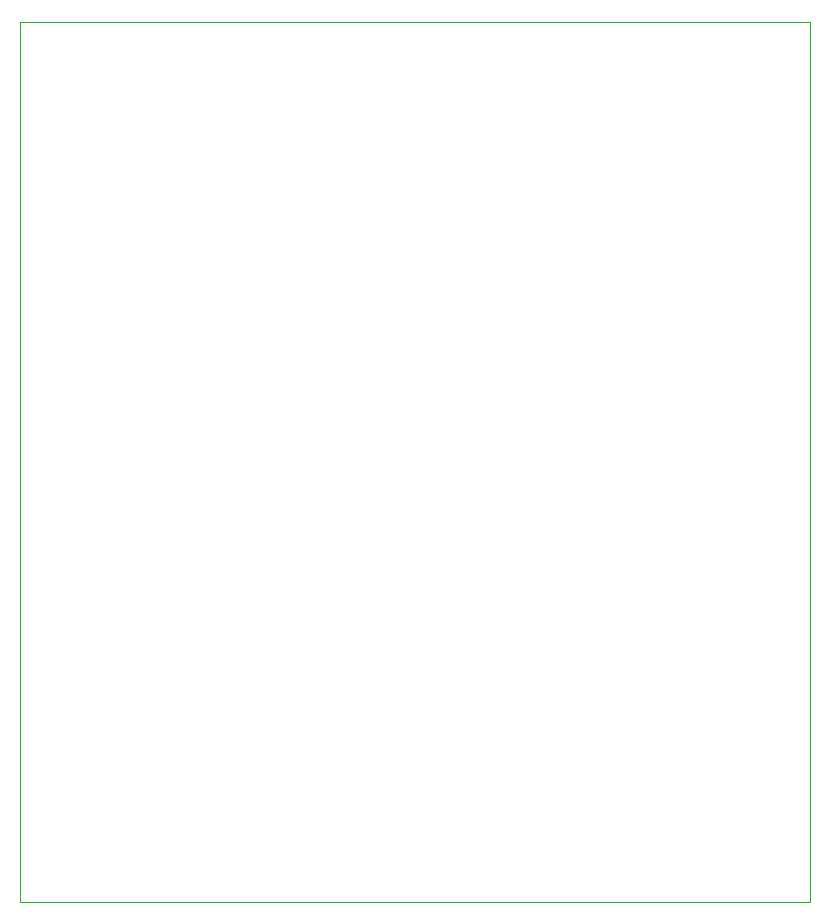
<source format=gbr>
%TF.GenerationSoftware,KiCad,Pcbnew,7.0.9*%
%TF.CreationDate,2023-12-24T22:12:45+01:00*%
%TF.ProjectId,DeskHop,4465736b-486f-4702-9e6b-696361645f70,rev?*%
%TF.SameCoordinates,Original*%
%TF.FileFunction,Profile,NP*%
%FSLAX46Y46*%
G04 Gerber Fmt 4.6, Leading zero omitted, Abs format (unit mm)*
G04 Created by KiCad (PCBNEW 7.0.9) date 2023-12-24 22:12:45*
%MOMM*%
%LPD*%
G01*
G04 APERTURE LIST*
%TA.AperFunction,Profile*%
%ADD10C,0.050000*%
%TD*%
G04 APERTURE END LIST*
D10*
X33773403Y-41085124D02*
X100689573Y-41085124D01*
X100689573Y-115566375D01*
X33773403Y-115566375D01*
X33773403Y-41085124D01*
M02*

</source>
